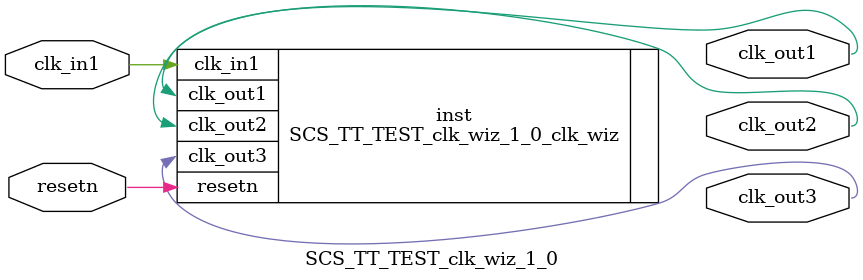
<source format=v>


`timescale 1ps/1ps

(* CORE_GENERATION_INFO = "SCS_TT_TEST_clk_wiz_1_0,clk_wiz_v6_0_3_0_0,{component_name=SCS_TT_TEST_clk_wiz_1_0,use_phase_alignment=true,use_min_o_jitter=false,use_max_i_jitter=false,use_dyn_phase_shift=false,use_inclk_switchover=false,use_dyn_reconfig=false,enable_axi=0,feedback_source=FDBK_AUTO,PRIMITIVE=MMCM,num_out_clk=3,clkin1_period=3.226,clkin2_period=10.0,use_power_down=false,use_reset=true,use_locked=false,use_inclk_stopped=false,feedback_type=SINGLE,CLOCK_MGR_TYPE=NA,manual_override=false}" *)

module SCS_TT_TEST_clk_wiz_1_0 
 (
  // Clock out ports
  output        clk_out1,
  output        clk_out2,
  output        clk_out3,
  // Status and control signals
  input         resetn,
 // Clock in ports
  input         clk_in1
 );

  SCS_TT_TEST_clk_wiz_1_0_clk_wiz inst
  (
  // Clock out ports  
  .clk_out1(clk_out1),
  .clk_out2(clk_out2),
  .clk_out3(clk_out3),
  // Status and control signals               
  .resetn(resetn), 
 // Clock in ports
  .clk_in1(clk_in1)
  );

endmodule

</source>
